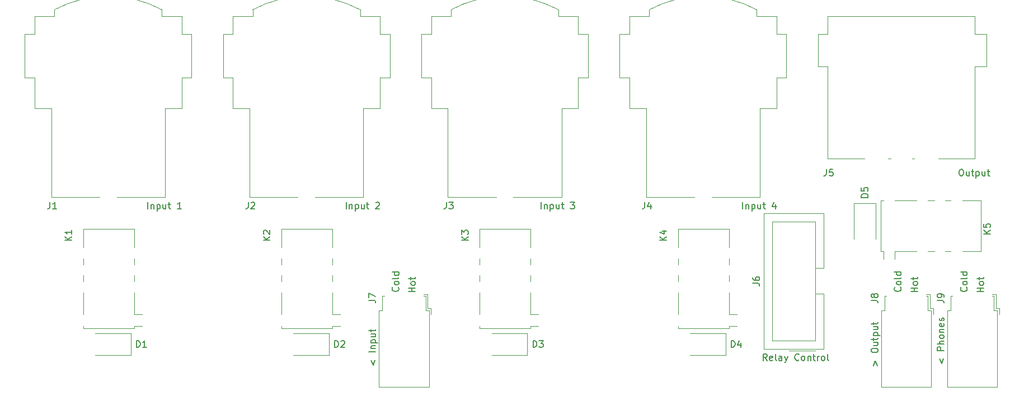
<source format=gbr>
G04 #@! TF.GenerationSoftware,KiCad,Pcbnew,5.1.4*
G04 #@! TF.CreationDate,2019-09-29T22:18:50-04:00*
G04 #@! TF.ProjectId,input_output_board,696e7075-745f-46f7-9574-7075745f626f,0*
G04 #@! TF.SameCoordinates,Original*
G04 #@! TF.FileFunction,Legend,Top*
G04 #@! TF.FilePolarity,Positive*
%FSLAX46Y46*%
G04 Gerber Fmt 4.6, Leading zero omitted, Abs format (unit mm)*
G04 Created by KiCad (PCBNEW 5.1.4) date 2019-09-29 22:18:50*
%MOMM*%
%LPD*%
G04 APERTURE LIST*
%ADD10C,0.120000*%
%ADD11C,0.150000*%
G04 APERTURE END LIST*
D10*
X182385000Y-118305000D02*
X181985000Y-118305000D01*
X189585000Y-118305000D02*
X195105000Y-118305000D01*
X172865000Y-118305000D02*
X178385000Y-118305000D01*
X185585000Y-118305000D02*
X185985000Y-118305000D01*
X172865000Y-96765000D02*
X195105000Y-96765000D01*
X171365000Y-99465000D02*
X172865000Y-99465000D01*
X195105000Y-99465000D02*
X196905000Y-99465000D01*
X195105000Y-99465000D02*
X195105000Y-96765000D01*
X172865000Y-99465000D02*
X172865000Y-96765000D01*
X196905000Y-104405000D02*
X195105000Y-104405000D01*
X172865000Y-104405000D02*
X171365000Y-104405000D01*
X195105000Y-104405000D02*
X195105000Y-118305000D01*
X172865000Y-104405000D02*
X172865000Y-118305000D01*
X171365000Y-99465000D02*
X171365000Y-104405000D01*
X196905000Y-99465000D02*
X196905000Y-104405000D01*
X162085230Y-95754399D02*
G75*
G03X145865000Y-95765000I-8100230J-15130601D01*
G01*
X145365000Y-124205000D02*
X152685000Y-124205000D01*
X162105000Y-96765000D02*
X165105000Y-96765000D01*
X142865000Y-96765000D02*
X145865000Y-96765000D01*
X141365000Y-99465000D02*
X142865000Y-99465000D01*
X165105000Y-99465000D02*
X166605000Y-99465000D01*
X162105000Y-96765000D02*
X162105000Y-95765000D01*
X145865000Y-96765000D02*
X145865000Y-95765000D01*
X165105000Y-99465000D02*
X165105000Y-96765000D01*
X142865000Y-99465000D02*
X142865000Y-96765000D01*
X166605000Y-106055000D02*
X165105000Y-106055000D01*
X142865000Y-106055000D02*
X141365000Y-106055000D01*
X165105000Y-110705000D02*
X162605000Y-110705000D01*
X142865000Y-110705000D02*
X145365000Y-110705000D01*
X162605000Y-110705000D02*
X162605000Y-124205000D01*
X145365000Y-110705000D02*
X145365000Y-124205000D01*
X155285000Y-124205000D02*
X162605000Y-124205000D01*
X165105000Y-106055000D02*
X165105000Y-110705000D01*
X142865000Y-106055000D02*
X142865000Y-110705000D01*
X141365000Y-99465000D02*
X141365000Y-106055000D01*
X166605000Y-99465000D02*
X166605000Y-106055000D01*
X132085230Y-95754399D02*
G75*
G03X115865000Y-95765000I-8100230J-15130601D01*
G01*
X115365000Y-124205000D02*
X122685000Y-124205000D01*
X132105000Y-96765000D02*
X135105000Y-96765000D01*
X112865000Y-96765000D02*
X115865000Y-96765000D01*
X111365000Y-99465000D02*
X112865000Y-99465000D01*
X135105000Y-99465000D02*
X136605000Y-99465000D01*
X132105000Y-96765000D02*
X132105000Y-95765000D01*
X115865000Y-96765000D02*
X115865000Y-95765000D01*
X135105000Y-99465000D02*
X135105000Y-96765000D01*
X112865000Y-99465000D02*
X112865000Y-96765000D01*
X136605000Y-106055000D02*
X135105000Y-106055000D01*
X112865000Y-106055000D02*
X111365000Y-106055000D01*
X135105000Y-110705000D02*
X132605000Y-110705000D01*
X112865000Y-110705000D02*
X115365000Y-110705000D01*
X132605000Y-110705000D02*
X132605000Y-124205000D01*
X115365000Y-110705000D02*
X115365000Y-124205000D01*
X125285000Y-124205000D02*
X132605000Y-124205000D01*
X135105000Y-106055000D02*
X135105000Y-110705000D01*
X112865000Y-106055000D02*
X112865000Y-110705000D01*
X111365000Y-99465000D02*
X111365000Y-106055000D01*
X136605000Y-99465000D02*
X136605000Y-106055000D01*
X102085230Y-95754399D02*
G75*
G03X85865000Y-95765000I-8100230J-15130601D01*
G01*
X85365000Y-124205000D02*
X92685000Y-124205000D01*
X102105000Y-96765000D02*
X105105000Y-96765000D01*
X82865000Y-96765000D02*
X85865000Y-96765000D01*
X81365000Y-99465000D02*
X82865000Y-99465000D01*
X105105000Y-99465000D02*
X106605000Y-99465000D01*
X102105000Y-96765000D02*
X102105000Y-95765000D01*
X85865000Y-96765000D02*
X85865000Y-95765000D01*
X105105000Y-99465000D02*
X105105000Y-96765000D01*
X82865000Y-99465000D02*
X82865000Y-96765000D01*
X106605000Y-106055000D02*
X105105000Y-106055000D01*
X82865000Y-106055000D02*
X81365000Y-106055000D01*
X105105000Y-110705000D02*
X102605000Y-110705000D01*
X82865000Y-110705000D02*
X85365000Y-110705000D01*
X102605000Y-110705000D02*
X102605000Y-124205000D01*
X85365000Y-110705000D02*
X85365000Y-124205000D01*
X95285000Y-124205000D02*
X102605000Y-124205000D01*
X105105000Y-106055000D02*
X105105000Y-110705000D01*
X82865000Y-106055000D02*
X82865000Y-110705000D01*
X81365000Y-99465000D02*
X81365000Y-106055000D01*
X106605000Y-99465000D02*
X106605000Y-106055000D01*
X72085230Y-95754399D02*
G75*
G03X55865000Y-95765000I-8100230J-15130601D01*
G01*
X55365000Y-124205000D02*
X62685000Y-124205000D01*
X72105000Y-96765000D02*
X75105000Y-96765000D01*
X52865000Y-96765000D02*
X55865000Y-96765000D01*
X51365000Y-99465000D02*
X52865000Y-99465000D01*
X75105000Y-99465000D02*
X76605000Y-99465000D01*
X72105000Y-96765000D02*
X72105000Y-95765000D01*
X55865000Y-96765000D02*
X55865000Y-95765000D01*
X75105000Y-99465000D02*
X75105000Y-96765000D01*
X52865000Y-99465000D02*
X52865000Y-96765000D01*
X76605000Y-106055000D02*
X75105000Y-106055000D01*
X52865000Y-106055000D02*
X51365000Y-106055000D01*
X75105000Y-110705000D02*
X72605000Y-110705000D01*
X52865000Y-110705000D02*
X55365000Y-110705000D01*
X72605000Y-110705000D02*
X72605000Y-124205000D01*
X55365000Y-110705000D02*
X55365000Y-124205000D01*
X65285000Y-124205000D02*
X72605000Y-124205000D01*
X75105000Y-106055000D02*
X75105000Y-110705000D01*
X52865000Y-106055000D02*
X52865000Y-110705000D01*
X51365000Y-99465000D02*
X51365000Y-106055000D01*
X76605000Y-99465000D02*
X76605000Y-106055000D01*
X181300000Y-133600000D02*
X181300000Y-132400000D01*
X181300000Y-132400000D02*
X180900000Y-132400000D01*
X180900000Y-132400000D02*
X180900000Y-124700000D01*
X180900000Y-124700000D02*
X181300000Y-124700000D01*
X183000000Y-124700000D02*
X186300000Y-124700000D01*
X183000000Y-132400000D02*
X186300000Y-132400000D01*
X183000000Y-132400000D02*
X183000000Y-133600000D01*
X188000000Y-132400000D02*
X189000000Y-132400000D01*
X190600000Y-132400000D02*
X191500000Y-132400000D01*
X193200000Y-132400000D02*
X196000000Y-132400000D01*
X196000000Y-132400000D02*
X196000000Y-124700000D01*
X196000000Y-124700000D02*
X193200000Y-124700000D01*
X191500000Y-124700000D02*
X190600000Y-124700000D01*
X189000000Y-124700000D02*
X188000000Y-124700000D01*
X198305000Y-138900000D02*
X197715000Y-138900000D01*
X198305000Y-141060000D02*
X198305000Y-138900000D01*
X198815000Y-141060000D02*
X198305000Y-141060000D01*
X198815000Y-142000000D02*
X198815000Y-141060000D01*
X191445000Y-139190000D02*
X191745000Y-139190000D01*
X191445000Y-141350000D02*
X191445000Y-139190000D01*
X190935000Y-141350000D02*
X191445000Y-141350000D01*
X198015000Y-139190000D02*
X197715000Y-139190000D01*
X198015000Y-141350000D02*
X198015000Y-139190000D01*
X198525000Y-141350000D02*
X198015000Y-141350000D01*
X190935000Y-153000000D02*
X190935000Y-141350000D01*
X198525000Y-153000000D02*
X190935000Y-153000000D01*
X198525000Y-141350000D02*
X198525000Y-153000000D01*
X188305000Y-138900000D02*
X187715000Y-138900000D01*
X188305000Y-141060000D02*
X188305000Y-138900000D01*
X188815000Y-141060000D02*
X188305000Y-141060000D01*
X188815000Y-142000000D02*
X188815000Y-141060000D01*
X181445000Y-139190000D02*
X181745000Y-139190000D01*
X181445000Y-141350000D02*
X181445000Y-139190000D01*
X180935000Y-141350000D02*
X181445000Y-141350000D01*
X188015000Y-139190000D02*
X187715000Y-139190000D01*
X188015000Y-141350000D02*
X188015000Y-139190000D01*
X188525000Y-141350000D02*
X188015000Y-141350000D01*
X180935000Y-153000000D02*
X180935000Y-141350000D01*
X188525000Y-153000000D02*
X180935000Y-153000000D01*
X188525000Y-141350000D02*
X188525000Y-153000000D01*
X112525000Y-141350000D02*
X112525000Y-153000000D01*
X112525000Y-153000000D02*
X104935000Y-153000000D01*
X104935000Y-153000000D02*
X104935000Y-141350000D01*
X112525000Y-141350000D02*
X112015000Y-141350000D01*
X112015000Y-141350000D02*
X112015000Y-139190000D01*
X112015000Y-139190000D02*
X111715000Y-139190000D01*
X104935000Y-141350000D02*
X105445000Y-141350000D01*
X105445000Y-141350000D02*
X105445000Y-139190000D01*
X105445000Y-139190000D02*
X105745000Y-139190000D01*
X112815000Y-142000000D02*
X112815000Y-141060000D01*
X112815000Y-141060000D02*
X112305000Y-141060000D01*
X112305000Y-141060000D02*
X112305000Y-138900000D01*
X112305000Y-138900000D02*
X111715000Y-138900000D01*
X180150000Y-125100000D02*
X180150000Y-130500000D01*
X176850000Y-125100000D02*
X176850000Y-130500000D01*
X180150000Y-125100000D02*
X176850000Y-125100000D01*
X171015000Y-138865000D02*
X171015000Y-134975000D01*
X171015000Y-145920000D02*
X171015000Y-138865000D01*
X164445000Y-145920000D02*
X171015000Y-145920000D01*
X164445000Y-127920000D02*
X164445000Y-145920000D01*
X171015000Y-127920000D02*
X164445000Y-127920000D01*
X171015000Y-134975000D02*
X171015000Y-127920000D01*
X172285000Y-134975000D02*
X171015000Y-134975000D01*
X172285000Y-126650000D02*
X172285000Y-134975000D01*
X163175000Y-126650000D02*
X172285000Y-126650000D01*
X163175000Y-147190000D02*
X163175000Y-126650000D01*
X172285000Y-147190000D02*
X163175000Y-147190000D01*
X172285000Y-138865000D02*
X172285000Y-147190000D01*
X171015000Y-138865000D02*
X172285000Y-138865000D01*
X167000000Y-147480000D02*
X171000000Y-147480000D01*
X163175000Y-126650000D02*
X172285000Y-126650000D01*
X163175000Y-147190000D02*
X163175000Y-126650000D01*
X172285000Y-147190000D02*
X163175000Y-147190000D01*
X99100000Y-143700000D02*
X97900000Y-143700000D01*
X97900000Y-143700000D02*
X97900000Y-144100000D01*
X97900000Y-144100000D02*
X90200000Y-144100000D01*
X90200000Y-144100000D02*
X90200000Y-143700000D01*
X90200000Y-142000000D02*
X90200000Y-138700000D01*
X97900000Y-142000000D02*
X97900000Y-138700000D01*
X97900000Y-142000000D02*
X99100000Y-142000000D01*
X97900000Y-137000000D02*
X97900000Y-136000000D01*
X97900000Y-134400000D02*
X97900000Y-133500000D01*
X97900000Y-131800000D02*
X97900000Y-129000000D01*
X97900000Y-129000000D02*
X90200000Y-129000000D01*
X90200000Y-129000000D02*
X90200000Y-131800000D01*
X90200000Y-133500000D02*
X90200000Y-134400000D01*
X90200000Y-136000000D02*
X90200000Y-137000000D01*
X69100000Y-143700000D02*
X67900000Y-143700000D01*
X67900000Y-143700000D02*
X67900000Y-144100000D01*
X67900000Y-144100000D02*
X60200000Y-144100000D01*
X60200000Y-144100000D02*
X60200000Y-143700000D01*
X60200000Y-142000000D02*
X60200000Y-138700000D01*
X67900000Y-142000000D02*
X67900000Y-138700000D01*
X67900000Y-142000000D02*
X69100000Y-142000000D01*
X67900000Y-137000000D02*
X67900000Y-136000000D01*
X67900000Y-134400000D02*
X67900000Y-133500000D01*
X67900000Y-131800000D02*
X67900000Y-129000000D01*
X67900000Y-129000000D02*
X60200000Y-129000000D01*
X60200000Y-129000000D02*
X60200000Y-131800000D01*
X60200000Y-133500000D02*
X60200000Y-134400000D01*
X60200000Y-136000000D02*
X60200000Y-137000000D01*
X159100000Y-143700000D02*
X157900000Y-143700000D01*
X157900000Y-143700000D02*
X157900000Y-144100000D01*
X157900000Y-144100000D02*
X150200000Y-144100000D01*
X150200000Y-144100000D02*
X150200000Y-143700000D01*
X150200000Y-142000000D02*
X150200000Y-138700000D01*
X157900000Y-142000000D02*
X157900000Y-138700000D01*
X157900000Y-142000000D02*
X159100000Y-142000000D01*
X157900000Y-137000000D02*
X157900000Y-136000000D01*
X157900000Y-134400000D02*
X157900000Y-133500000D01*
X157900000Y-131800000D02*
X157900000Y-129000000D01*
X157900000Y-129000000D02*
X150200000Y-129000000D01*
X150200000Y-129000000D02*
X150200000Y-131800000D01*
X150200000Y-133500000D02*
X150200000Y-134400000D01*
X150200000Y-136000000D02*
X150200000Y-137000000D01*
X129100000Y-143700000D02*
X127900000Y-143700000D01*
X127900000Y-143700000D02*
X127900000Y-144100000D01*
X127900000Y-144100000D02*
X120200000Y-144100000D01*
X120200000Y-144100000D02*
X120200000Y-143700000D01*
X120200000Y-142000000D02*
X120200000Y-138700000D01*
X127900000Y-142000000D02*
X127900000Y-138700000D01*
X127900000Y-142000000D02*
X129100000Y-142000000D01*
X127900000Y-137000000D02*
X127900000Y-136000000D01*
X127900000Y-134400000D02*
X127900000Y-133500000D01*
X127900000Y-131800000D02*
X127900000Y-129000000D01*
X127900000Y-129000000D02*
X120200000Y-129000000D01*
X120200000Y-129000000D02*
X120200000Y-131800000D01*
X120200000Y-133500000D02*
X120200000Y-134400000D01*
X120200000Y-136000000D02*
X120200000Y-137000000D01*
X157400000Y-148150000D02*
X152000000Y-148150000D01*
X157400000Y-144850000D02*
X152000000Y-144850000D01*
X157400000Y-148150000D02*
X157400000Y-144850000D01*
X127400000Y-148150000D02*
X122000000Y-148150000D01*
X127400000Y-144850000D02*
X122000000Y-144850000D01*
X127400000Y-148150000D02*
X127400000Y-144850000D01*
X97400000Y-148150000D02*
X92000000Y-148150000D01*
X97400000Y-144850000D02*
X92000000Y-144850000D01*
X97400000Y-148150000D02*
X97400000Y-144850000D01*
X67400000Y-148150000D02*
X62000000Y-148150000D01*
X67400000Y-144850000D02*
X62000000Y-144850000D01*
X67400000Y-148150000D02*
X67400000Y-144850000D01*
D11*
X172666666Y-119952380D02*
X172666666Y-120666666D01*
X172619047Y-120809523D01*
X172523809Y-120904761D01*
X172380952Y-120952380D01*
X172285714Y-120952380D01*
X173619047Y-119952380D02*
X173142857Y-119952380D01*
X173095238Y-120428571D01*
X173142857Y-120380952D01*
X173238095Y-120333333D01*
X173476190Y-120333333D01*
X173571428Y-120380952D01*
X173619047Y-120428571D01*
X173666666Y-120523809D01*
X173666666Y-120761904D01*
X173619047Y-120857142D01*
X173571428Y-120904761D01*
X173476190Y-120952380D01*
X173238095Y-120952380D01*
X173142857Y-120904761D01*
X173095238Y-120857142D01*
X192976190Y-119952380D02*
X193166666Y-119952380D01*
X193261904Y-120000000D01*
X193357142Y-120095238D01*
X193404761Y-120285714D01*
X193404761Y-120619047D01*
X193357142Y-120809523D01*
X193261904Y-120904761D01*
X193166666Y-120952380D01*
X192976190Y-120952380D01*
X192880952Y-120904761D01*
X192785714Y-120809523D01*
X192738095Y-120619047D01*
X192738095Y-120285714D01*
X192785714Y-120095238D01*
X192880952Y-120000000D01*
X192976190Y-119952380D01*
X194261904Y-120285714D02*
X194261904Y-120952380D01*
X193833333Y-120285714D02*
X193833333Y-120809523D01*
X193880952Y-120904761D01*
X193976190Y-120952380D01*
X194119047Y-120952380D01*
X194214285Y-120904761D01*
X194261904Y-120857142D01*
X194595238Y-120285714D02*
X194976190Y-120285714D01*
X194738095Y-119952380D02*
X194738095Y-120809523D01*
X194785714Y-120904761D01*
X194880952Y-120952380D01*
X194976190Y-120952380D01*
X195309523Y-120285714D02*
X195309523Y-121285714D01*
X195309523Y-120333333D02*
X195404761Y-120285714D01*
X195595238Y-120285714D01*
X195690476Y-120333333D01*
X195738095Y-120380952D01*
X195785714Y-120476190D01*
X195785714Y-120761904D01*
X195738095Y-120857142D01*
X195690476Y-120904761D01*
X195595238Y-120952380D01*
X195404761Y-120952380D01*
X195309523Y-120904761D01*
X196642857Y-120285714D02*
X196642857Y-120952380D01*
X196214285Y-120285714D02*
X196214285Y-120809523D01*
X196261904Y-120904761D01*
X196357142Y-120952380D01*
X196500000Y-120952380D01*
X196595238Y-120904761D01*
X196642857Y-120857142D01*
X196976190Y-120285714D02*
X197357142Y-120285714D01*
X197119047Y-119952380D02*
X197119047Y-120809523D01*
X197166666Y-120904761D01*
X197261904Y-120952380D01*
X197357142Y-120952380D01*
X145166666Y-124952380D02*
X145166666Y-125666666D01*
X145119047Y-125809523D01*
X145023809Y-125904761D01*
X144880952Y-125952380D01*
X144785714Y-125952380D01*
X146071428Y-125285714D02*
X146071428Y-125952380D01*
X145833333Y-124904761D02*
X145595238Y-125619047D01*
X146214285Y-125619047D01*
X160000000Y-125952380D02*
X160000000Y-124952380D01*
X160476190Y-125285714D02*
X160476190Y-125952380D01*
X160476190Y-125380952D02*
X160523809Y-125333333D01*
X160619047Y-125285714D01*
X160761904Y-125285714D01*
X160857142Y-125333333D01*
X160904761Y-125428571D01*
X160904761Y-125952380D01*
X161380952Y-125285714D02*
X161380952Y-126285714D01*
X161380952Y-125333333D02*
X161476190Y-125285714D01*
X161666666Y-125285714D01*
X161761904Y-125333333D01*
X161809523Y-125380952D01*
X161857142Y-125476190D01*
X161857142Y-125761904D01*
X161809523Y-125857142D01*
X161761904Y-125904761D01*
X161666666Y-125952380D01*
X161476190Y-125952380D01*
X161380952Y-125904761D01*
X162714285Y-125285714D02*
X162714285Y-125952380D01*
X162285714Y-125285714D02*
X162285714Y-125809523D01*
X162333333Y-125904761D01*
X162428571Y-125952380D01*
X162571428Y-125952380D01*
X162666666Y-125904761D01*
X162714285Y-125857142D01*
X163047619Y-125285714D02*
X163428571Y-125285714D01*
X163190476Y-124952380D02*
X163190476Y-125809523D01*
X163238095Y-125904761D01*
X163333333Y-125952380D01*
X163428571Y-125952380D01*
X164952380Y-125285714D02*
X164952380Y-125952380D01*
X164714285Y-124904761D02*
X164476190Y-125619047D01*
X165095238Y-125619047D01*
X115166666Y-124952380D02*
X115166666Y-125666666D01*
X115119047Y-125809523D01*
X115023809Y-125904761D01*
X114880952Y-125952380D01*
X114785714Y-125952380D01*
X115547619Y-124952380D02*
X116166666Y-124952380D01*
X115833333Y-125333333D01*
X115976190Y-125333333D01*
X116071428Y-125380952D01*
X116119047Y-125428571D01*
X116166666Y-125523809D01*
X116166666Y-125761904D01*
X116119047Y-125857142D01*
X116071428Y-125904761D01*
X115976190Y-125952380D01*
X115690476Y-125952380D01*
X115595238Y-125904761D01*
X115547619Y-125857142D01*
X129500000Y-125952380D02*
X129500000Y-124952380D01*
X129976190Y-125285714D02*
X129976190Y-125952380D01*
X129976190Y-125380952D02*
X130023809Y-125333333D01*
X130119047Y-125285714D01*
X130261904Y-125285714D01*
X130357142Y-125333333D01*
X130404761Y-125428571D01*
X130404761Y-125952380D01*
X130880952Y-125285714D02*
X130880952Y-126285714D01*
X130880952Y-125333333D02*
X130976190Y-125285714D01*
X131166666Y-125285714D01*
X131261904Y-125333333D01*
X131309523Y-125380952D01*
X131357142Y-125476190D01*
X131357142Y-125761904D01*
X131309523Y-125857142D01*
X131261904Y-125904761D01*
X131166666Y-125952380D01*
X130976190Y-125952380D01*
X130880952Y-125904761D01*
X132214285Y-125285714D02*
X132214285Y-125952380D01*
X131785714Y-125285714D02*
X131785714Y-125809523D01*
X131833333Y-125904761D01*
X131928571Y-125952380D01*
X132071428Y-125952380D01*
X132166666Y-125904761D01*
X132214285Y-125857142D01*
X132547619Y-125285714D02*
X132928571Y-125285714D01*
X132690476Y-124952380D02*
X132690476Y-125809523D01*
X132738095Y-125904761D01*
X132833333Y-125952380D01*
X132928571Y-125952380D01*
X133928571Y-124952380D02*
X134547619Y-124952380D01*
X134214285Y-125333333D01*
X134357142Y-125333333D01*
X134452380Y-125380952D01*
X134500000Y-125428571D01*
X134547619Y-125523809D01*
X134547619Y-125761904D01*
X134500000Y-125857142D01*
X134452380Y-125904761D01*
X134357142Y-125952380D01*
X134071428Y-125952380D01*
X133976190Y-125904761D01*
X133928571Y-125857142D01*
X85166666Y-124952380D02*
X85166666Y-125666666D01*
X85119047Y-125809523D01*
X85023809Y-125904761D01*
X84880952Y-125952380D01*
X84785714Y-125952380D01*
X85595238Y-125047619D02*
X85642857Y-125000000D01*
X85738095Y-124952380D01*
X85976190Y-124952380D01*
X86071428Y-125000000D01*
X86119047Y-125047619D01*
X86166666Y-125142857D01*
X86166666Y-125238095D01*
X86119047Y-125380952D01*
X85547619Y-125952380D01*
X86166666Y-125952380D01*
X100000000Y-125952380D02*
X100000000Y-124952380D01*
X100476190Y-125285714D02*
X100476190Y-125952380D01*
X100476190Y-125380952D02*
X100523809Y-125333333D01*
X100619047Y-125285714D01*
X100761904Y-125285714D01*
X100857142Y-125333333D01*
X100904761Y-125428571D01*
X100904761Y-125952380D01*
X101380952Y-125285714D02*
X101380952Y-126285714D01*
X101380952Y-125333333D02*
X101476190Y-125285714D01*
X101666666Y-125285714D01*
X101761904Y-125333333D01*
X101809523Y-125380952D01*
X101857142Y-125476190D01*
X101857142Y-125761904D01*
X101809523Y-125857142D01*
X101761904Y-125904761D01*
X101666666Y-125952380D01*
X101476190Y-125952380D01*
X101380952Y-125904761D01*
X102714285Y-125285714D02*
X102714285Y-125952380D01*
X102285714Y-125285714D02*
X102285714Y-125809523D01*
X102333333Y-125904761D01*
X102428571Y-125952380D01*
X102571428Y-125952380D01*
X102666666Y-125904761D01*
X102714285Y-125857142D01*
X103047619Y-125285714D02*
X103428571Y-125285714D01*
X103190476Y-124952380D02*
X103190476Y-125809523D01*
X103238095Y-125904761D01*
X103333333Y-125952380D01*
X103428571Y-125952380D01*
X104476190Y-125047619D02*
X104523809Y-125000000D01*
X104619047Y-124952380D01*
X104857142Y-124952380D01*
X104952380Y-125000000D01*
X105000000Y-125047619D01*
X105047619Y-125142857D01*
X105047619Y-125238095D01*
X105000000Y-125380952D01*
X104428571Y-125952380D01*
X105047619Y-125952380D01*
X55166666Y-124952380D02*
X55166666Y-125666666D01*
X55119047Y-125809523D01*
X55023809Y-125904761D01*
X54880952Y-125952380D01*
X54785714Y-125952380D01*
X56166666Y-125952380D02*
X55595238Y-125952380D01*
X55880952Y-125952380D02*
X55880952Y-124952380D01*
X55785714Y-125095238D01*
X55690476Y-125190476D01*
X55595238Y-125238095D01*
X70000000Y-125952380D02*
X70000000Y-124952380D01*
X70476190Y-125285714D02*
X70476190Y-125952380D01*
X70476190Y-125380952D02*
X70523809Y-125333333D01*
X70619047Y-125285714D01*
X70761904Y-125285714D01*
X70857142Y-125333333D01*
X70904761Y-125428571D01*
X70904761Y-125952380D01*
X71380952Y-125285714D02*
X71380952Y-126285714D01*
X71380952Y-125333333D02*
X71476190Y-125285714D01*
X71666666Y-125285714D01*
X71761904Y-125333333D01*
X71809523Y-125380952D01*
X71857142Y-125476190D01*
X71857142Y-125761904D01*
X71809523Y-125857142D01*
X71761904Y-125904761D01*
X71666666Y-125952380D01*
X71476190Y-125952380D01*
X71380952Y-125904761D01*
X72714285Y-125285714D02*
X72714285Y-125952380D01*
X72285714Y-125285714D02*
X72285714Y-125809523D01*
X72333333Y-125904761D01*
X72428571Y-125952380D01*
X72571428Y-125952380D01*
X72666666Y-125904761D01*
X72714285Y-125857142D01*
X73047619Y-125285714D02*
X73428571Y-125285714D01*
X73190476Y-124952380D02*
X73190476Y-125809523D01*
X73238095Y-125904761D01*
X73333333Y-125952380D01*
X73428571Y-125952380D01*
X75047619Y-125952380D02*
X74476190Y-125952380D01*
X74761904Y-125952380D02*
X74761904Y-124952380D01*
X74666666Y-125095238D01*
X74571428Y-125190476D01*
X74476190Y-125238095D01*
X197452380Y-129738095D02*
X196452380Y-129738095D01*
X197452380Y-129166666D02*
X196880952Y-129595238D01*
X196452380Y-129166666D02*
X197023809Y-129738095D01*
X196452380Y-128261904D02*
X196452380Y-128738095D01*
X196928571Y-128785714D01*
X196880952Y-128738095D01*
X196833333Y-128642857D01*
X196833333Y-128404761D01*
X196880952Y-128309523D01*
X196928571Y-128261904D01*
X197023809Y-128214285D01*
X197261904Y-128214285D01*
X197357142Y-128261904D01*
X197404761Y-128309523D01*
X197452380Y-128404761D01*
X197452380Y-128642857D01*
X197404761Y-128738095D01*
X197357142Y-128785714D01*
X189452380Y-139833333D02*
X190166666Y-139833333D01*
X190309523Y-139880952D01*
X190404761Y-139976190D01*
X190452380Y-140119047D01*
X190452380Y-140214285D01*
X190452380Y-139309523D02*
X190452380Y-139119047D01*
X190404761Y-139023809D01*
X190357142Y-138976190D01*
X190214285Y-138880952D01*
X190023809Y-138833333D01*
X189642857Y-138833333D01*
X189547619Y-138880952D01*
X189500000Y-138928571D01*
X189452380Y-139023809D01*
X189452380Y-139214285D01*
X189500000Y-139309523D01*
X189547619Y-139357142D01*
X189642857Y-139404761D01*
X189880952Y-139404761D01*
X189976190Y-139357142D01*
X190023809Y-139309523D01*
X190071428Y-139214285D01*
X190071428Y-139023809D01*
X190023809Y-138928571D01*
X189976190Y-138880952D01*
X189880952Y-138833333D01*
X189785714Y-148690476D02*
X190071428Y-149452380D01*
X190357142Y-148690476D01*
X190452380Y-147452380D02*
X189452380Y-147452380D01*
X189452380Y-147071428D01*
X189500000Y-146976190D01*
X189547619Y-146928571D01*
X189642857Y-146880952D01*
X189785714Y-146880952D01*
X189880952Y-146928571D01*
X189928571Y-146976190D01*
X189976190Y-147071428D01*
X189976190Y-147452380D01*
X190452380Y-146452380D02*
X189452380Y-146452380D01*
X190452380Y-146023809D02*
X189928571Y-146023809D01*
X189833333Y-146071428D01*
X189785714Y-146166666D01*
X189785714Y-146309523D01*
X189833333Y-146404761D01*
X189880952Y-146452380D01*
X190452380Y-145404761D02*
X190404761Y-145500000D01*
X190357142Y-145547619D01*
X190261904Y-145595238D01*
X189976190Y-145595238D01*
X189880952Y-145547619D01*
X189833333Y-145500000D01*
X189785714Y-145404761D01*
X189785714Y-145261904D01*
X189833333Y-145166666D01*
X189880952Y-145119047D01*
X189976190Y-145071428D01*
X190261904Y-145071428D01*
X190357142Y-145119047D01*
X190404761Y-145166666D01*
X190452380Y-145261904D01*
X190452380Y-145404761D01*
X189785714Y-144642857D02*
X190452380Y-144642857D01*
X189880952Y-144642857D02*
X189833333Y-144595238D01*
X189785714Y-144500000D01*
X189785714Y-144357142D01*
X189833333Y-144261904D01*
X189928571Y-144214285D01*
X190452380Y-144214285D01*
X190404761Y-143357142D02*
X190452380Y-143452380D01*
X190452380Y-143642857D01*
X190404761Y-143738095D01*
X190309523Y-143785714D01*
X189928571Y-143785714D01*
X189833333Y-143738095D01*
X189785714Y-143642857D01*
X189785714Y-143452380D01*
X189833333Y-143357142D01*
X189928571Y-143309523D01*
X190023809Y-143309523D01*
X190119047Y-143785714D01*
X190404761Y-142928571D02*
X190452380Y-142833333D01*
X190452380Y-142642857D01*
X190404761Y-142547619D01*
X190309523Y-142500000D01*
X190261904Y-142500000D01*
X190166666Y-142547619D01*
X190119047Y-142642857D01*
X190119047Y-142785714D01*
X190071428Y-142880952D01*
X189976190Y-142928571D01*
X189928571Y-142928571D01*
X189833333Y-142880952D01*
X189785714Y-142785714D01*
X189785714Y-142642857D01*
X189833333Y-142547619D01*
X196452380Y-138523809D02*
X195452380Y-138523809D01*
X195928571Y-138523809D02*
X195928571Y-137952380D01*
X196452380Y-137952380D02*
X195452380Y-137952380D01*
X196452380Y-137333333D02*
X196404761Y-137428571D01*
X196357142Y-137476190D01*
X196261904Y-137523809D01*
X195976190Y-137523809D01*
X195880952Y-137476190D01*
X195833333Y-137428571D01*
X195785714Y-137333333D01*
X195785714Y-137190476D01*
X195833333Y-137095238D01*
X195880952Y-137047619D01*
X195976190Y-137000000D01*
X196261904Y-137000000D01*
X196357142Y-137047619D01*
X196404761Y-137095238D01*
X196452380Y-137190476D01*
X196452380Y-137333333D01*
X195785714Y-136714285D02*
X195785714Y-136333333D01*
X195452380Y-136571428D02*
X196309523Y-136571428D01*
X196404761Y-136523809D01*
X196452380Y-136428571D01*
X196452380Y-136333333D01*
X193857142Y-137857142D02*
X193904761Y-137904761D01*
X193952380Y-138047619D01*
X193952380Y-138142857D01*
X193904761Y-138285714D01*
X193809523Y-138380952D01*
X193714285Y-138428571D01*
X193523809Y-138476190D01*
X193380952Y-138476190D01*
X193190476Y-138428571D01*
X193095238Y-138380952D01*
X193000000Y-138285714D01*
X192952380Y-138142857D01*
X192952380Y-138047619D01*
X193000000Y-137904761D01*
X193047619Y-137857142D01*
X193952380Y-137285714D02*
X193904761Y-137380952D01*
X193857142Y-137428571D01*
X193761904Y-137476190D01*
X193476190Y-137476190D01*
X193380952Y-137428571D01*
X193333333Y-137380952D01*
X193285714Y-137285714D01*
X193285714Y-137142857D01*
X193333333Y-137047619D01*
X193380952Y-137000000D01*
X193476190Y-136952380D01*
X193761904Y-136952380D01*
X193857142Y-137000000D01*
X193904761Y-137047619D01*
X193952380Y-137142857D01*
X193952380Y-137285714D01*
X193952380Y-136380952D02*
X193904761Y-136476190D01*
X193809523Y-136523809D01*
X192952380Y-136523809D01*
X193952380Y-135571428D02*
X192952380Y-135571428D01*
X193904761Y-135571428D02*
X193952380Y-135666666D01*
X193952380Y-135857142D01*
X193904761Y-135952380D01*
X193857142Y-136000000D01*
X193761904Y-136047619D01*
X193476190Y-136047619D01*
X193380952Y-136000000D01*
X193333333Y-135952380D01*
X193285714Y-135857142D01*
X193285714Y-135666666D01*
X193333333Y-135571428D01*
X179452380Y-139833333D02*
X180166666Y-139833333D01*
X180309523Y-139880952D01*
X180404761Y-139976190D01*
X180452380Y-140119047D01*
X180452380Y-140214285D01*
X179880952Y-139214285D02*
X179833333Y-139309523D01*
X179785714Y-139357142D01*
X179690476Y-139404761D01*
X179642857Y-139404761D01*
X179547619Y-139357142D01*
X179500000Y-139309523D01*
X179452380Y-139214285D01*
X179452380Y-139023809D01*
X179500000Y-138928571D01*
X179547619Y-138880952D01*
X179642857Y-138833333D01*
X179690476Y-138833333D01*
X179785714Y-138880952D01*
X179833333Y-138928571D01*
X179880952Y-139023809D01*
X179880952Y-139214285D01*
X179928571Y-139309523D01*
X179976190Y-139357142D01*
X180071428Y-139404761D01*
X180261904Y-139404761D01*
X180357142Y-139357142D01*
X180404761Y-139309523D01*
X180452380Y-139214285D01*
X180452380Y-139023809D01*
X180404761Y-138928571D01*
X180357142Y-138880952D01*
X180261904Y-138833333D01*
X180071428Y-138833333D01*
X179976190Y-138880952D01*
X179928571Y-138928571D01*
X179880952Y-139023809D01*
X179785714Y-149714285D02*
X180071428Y-148952380D01*
X180357142Y-149714285D01*
X179452380Y-147523809D02*
X179452380Y-147333333D01*
X179500000Y-147238095D01*
X179595238Y-147142857D01*
X179785714Y-147095238D01*
X180119047Y-147095238D01*
X180309523Y-147142857D01*
X180404761Y-147238095D01*
X180452380Y-147333333D01*
X180452380Y-147523809D01*
X180404761Y-147619047D01*
X180309523Y-147714285D01*
X180119047Y-147761904D01*
X179785714Y-147761904D01*
X179595238Y-147714285D01*
X179500000Y-147619047D01*
X179452380Y-147523809D01*
X179785714Y-146238095D02*
X180452380Y-146238095D01*
X179785714Y-146666666D02*
X180309523Y-146666666D01*
X180404761Y-146619047D01*
X180452380Y-146523809D01*
X180452380Y-146380952D01*
X180404761Y-146285714D01*
X180357142Y-146238095D01*
X179785714Y-145904761D02*
X179785714Y-145523809D01*
X179452380Y-145761904D02*
X180309523Y-145761904D01*
X180404761Y-145714285D01*
X180452380Y-145619047D01*
X180452380Y-145523809D01*
X179785714Y-145190476D02*
X180785714Y-145190476D01*
X179833333Y-145190476D02*
X179785714Y-145095238D01*
X179785714Y-144904761D01*
X179833333Y-144809523D01*
X179880952Y-144761904D01*
X179976190Y-144714285D01*
X180261904Y-144714285D01*
X180357142Y-144761904D01*
X180404761Y-144809523D01*
X180452380Y-144904761D01*
X180452380Y-145095238D01*
X180404761Y-145190476D01*
X179785714Y-143857142D02*
X180452380Y-143857142D01*
X179785714Y-144285714D02*
X180309523Y-144285714D01*
X180404761Y-144238095D01*
X180452380Y-144142857D01*
X180452380Y-144000000D01*
X180404761Y-143904761D01*
X180357142Y-143857142D01*
X179785714Y-143523809D02*
X179785714Y-143142857D01*
X179452380Y-143380952D02*
X180309523Y-143380952D01*
X180404761Y-143333333D01*
X180452380Y-143238095D01*
X180452380Y-143142857D01*
X186452380Y-138523809D02*
X185452380Y-138523809D01*
X185928571Y-138523809D02*
X185928571Y-137952380D01*
X186452380Y-137952380D02*
X185452380Y-137952380D01*
X186452380Y-137333333D02*
X186404761Y-137428571D01*
X186357142Y-137476190D01*
X186261904Y-137523809D01*
X185976190Y-137523809D01*
X185880952Y-137476190D01*
X185833333Y-137428571D01*
X185785714Y-137333333D01*
X185785714Y-137190476D01*
X185833333Y-137095238D01*
X185880952Y-137047619D01*
X185976190Y-137000000D01*
X186261904Y-137000000D01*
X186357142Y-137047619D01*
X186404761Y-137095238D01*
X186452380Y-137190476D01*
X186452380Y-137333333D01*
X185785714Y-136714285D02*
X185785714Y-136333333D01*
X185452380Y-136571428D02*
X186309523Y-136571428D01*
X186404761Y-136523809D01*
X186452380Y-136428571D01*
X186452380Y-136333333D01*
X183857142Y-137857142D02*
X183904761Y-137904761D01*
X183952380Y-138047619D01*
X183952380Y-138142857D01*
X183904761Y-138285714D01*
X183809523Y-138380952D01*
X183714285Y-138428571D01*
X183523809Y-138476190D01*
X183380952Y-138476190D01*
X183190476Y-138428571D01*
X183095238Y-138380952D01*
X183000000Y-138285714D01*
X182952380Y-138142857D01*
X182952380Y-138047619D01*
X183000000Y-137904761D01*
X183047619Y-137857142D01*
X183952380Y-137285714D02*
X183904761Y-137380952D01*
X183857142Y-137428571D01*
X183761904Y-137476190D01*
X183476190Y-137476190D01*
X183380952Y-137428571D01*
X183333333Y-137380952D01*
X183285714Y-137285714D01*
X183285714Y-137142857D01*
X183333333Y-137047619D01*
X183380952Y-137000000D01*
X183476190Y-136952380D01*
X183761904Y-136952380D01*
X183857142Y-137000000D01*
X183904761Y-137047619D01*
X183952380Y-137142857D01*
X183952380Y-137285714D01*
X183952380Y-136380952D02*
X183904761Y-136476190D01*
X183809523Y-136523809D01*
X182952380Y-136523809D01*
X183952380Y-135571428D02*
X182952380Y-135571428D01*
X183904761Y-135571428D02*
X183952380Y-135666666D01*
X183952380Y-135857142D01*
X183904761Y-135952380D01*
X183857142Y-136000000D01*
X183761904Y-136047619D01*
X183476190Y-136047619D01*
X183380952Y-136000000D01*
X183333333Y-135952380D01*
X183285714Y-135857142D01*
X183285714Y-135666666D01*
X183333333Y-135571428D01*
X103452380Y-139833333D02*
X104166666Y-139833333D01*
X104309523Y-139880952D01*
X104404761Y-139976190D01*
X104452380Y-140119047D01*
X104452380Y-140214285D01*
X103452380Y-139452380D02*
X103452380Y-138785714D01*
X104452380Y-139214285D01*
X103785714Y-148880952D02*
X104071428Y-149642857D01*
X104357142Y-148880952D01*
X104452380Y-147642857D02*
X103452380Y-147642857D01*
X103785714Y-147166666D02*
X104452380Y-147166666D01*
X103880952Y-147166666D02*
X103833333Y-147119047D01*
X103785714Y-147023809D01*
X103785714Y-146880952D01*
X103833333Y-146785714D01*
X103928571Y-146738095D01*
X104452380Y-146738095D01*
X103785714Y-146261904D02*
X104785714Y-146261904D01*
X103833333Y-146261904D02*
X103785714Y-146166666D01*
X103785714Y-145976190D01*
X103833333Y-145880952D01*
X103880952Y-145833333D01*
X103976190Y-145785714D01*
X104261904Y-145785714D01*
X104357142Y-145833333D01*
X104404761Y-145880952D01*
X104452380Y-145976190D01*
X104452380Y-146166666D01*
X104404761Y-146261904D01*
X103785714Y-144928571D02*
X104452380Y-144928571D01*
X103785714Y-145357142D02*
X104309523Y-145357142D01*
X104404761Y-145309523D01*
X104452380Y-145214285D01*
X104452380Y-145071428D01*
X104404761Y-144976190D01*
X104357142Y-144928571D01*
X103785714Y-144595238D02*
X103785714Y-144214285D01*
X103452380Y-144452380D02*
X104309523Y-144452380D01*
X104404761Y-144404761D01*
X104452380Y-144309523D01*
X104452380Y-144214285D01*
X110452380Y-138523809D02*
X109452380Y-138523809D01*
X109928571Y-138523809D02*
X109928571Y-137952380D01*
X110452380Y-137952380D02*
X109452380Y-137952380D01*
X110452380Y-137333333D02*
X110404761Y-137428571D01*
X110357142Y-137476190D01*
X110261904Y-137523809D01*
X109976190Y-137523809D01*
X109880952Y-137476190D01*
X109833333Y-137428571D01*
X109785714Y-137333333D01*
X109785714Y-137190476D01*
X109833333Y-137095238D01*
X109880952Y-137047619D01*
X109976190Y-137000000D01*
X110261904Y-137000000D01*
X110357142Y-137047619D01*
X110404761Y-137095238D01*
X110452380Y-137190476D01*
X110452380Y-137333333D01*
X109785714Y-136714285D02*
X109785714Y-136333333D01*
X109452380Y-136571428D02*
X110309523Y-136571428D01*
X110404761Y-136523809D01*
X110452380Y-136428571D01*
X110452380Y-136333333D01*
X107857142Y-137857142D02*
X107904761Y-137904761D01*
X107952380Y-138047619D01*
X107952380Y-138142857D01*
X107904761Y-138285714D01*
X107809523Y-138380952D01*
X107714285Y-138428571D01*
X107523809Y-138476190D01*
X107380952Y-138476190D01*
X107190476Y-138428571D01*
X107095238Y-138380952D01*
X107000000Y-138285714D01*
X106952380Y-138142857D01*
X106952380Y-138047619D01*
X107000000Y-137904761D01*
X107047619Y-137857142D01*
X107952380Y-137285714D02*
X107904761Y-137380952D01*
X107857142Y-137428571D01*
X107761904Y-137476190D01*
X107476190Y-137476190D01*
X107380952Y-137428571D01*
X107333333Y-137380952D01*
X107285714Y-137285714D01*
X107285714Y-137142857D01*
X107333333Y-137047619D01*
X107380952Y-137000000D01*
X107476190Y-136952380D01*
X107761904Y-136952380D01*
X107857142Y-137000000D01*
X107904761Y-137047619D01*
X107952380Y-137142857D01*
X107952380Y-137285714D01*
X107952380Y-136380952D02*
X107904761Y-136476190D01*
X107809523Y-136523809D01*
X106952380Y-136523809D01*
X107952380Y-135571428D02*
X106952380Y-135571428D01*
X107904761Y-135571428D02*
X107952380Y-135666666D01*
X107952380Y-135857142D01*
X107904761Y-135952380D01*
X107857142Y-136000000D01*
X107761904Y-136047619D01*
X107476190Y-136047619D01*
X107380952Y-136000000D01*
X107333333Y-135952380D01*
X107285714Y-135857142D01*
X107285714Y-135666666D01*
X107333333Y-135571428D01*
X178952380Y-124238095D02*
X177952380Y-124238095D01*
X177952380Y-124000000D01*
X178000000Y-123857142D01*
X178095238Y-123761904D01*
X178190476Y-123714285D01*
X178380952Y-123666666D01*
X178523809Y-123666666D01*
X178714285Y-123714285D01*
X178809523Y-123761904D01*
X178904761Y-123857142D01*
X178952380Y-124000000D01*
X178952380Y-124238095D01*
X177952380Y-122761904D02*
X177952380Y-123238095D01*
X178428571Y-123285714D01*
X178380952Y-123238095D01*
X178333333Y-123142857D01*
X178333333Y-122904761D01*
X178380952Y-122809523D01*
X178428571Y-122761904D01*
X178523809Y-122714285D01*
X178761904Y-122714285D01*
X178857142Y-122761904D01*
X178904761Y-122809523D01*
X178952380Y-122904761D01*
X178952380Y-123142857D01*
X178904761Y-123238095D01*
X178857142Y-123285714D01*
X161532380Y-137253333D02*
X162246666Y-137253333D01*
X162389523Y-137300952D01*
X162484761Y-137396190D01*
X162532380Y-137539047D01*
X162532380Y-137634285D01*
X161532380Y-136348571D02*
X161532380Y-136539047D01*
X161580000Y-136634285D01*
X161627619Y-136681904D01*
X161770476Y-136777142D01*
X161960952Y-136824761D01*
X162341904Y-136824761D01*
X162437142Y-136777142D01*
X162484761Y-136729523D01*
X162532380Y-136634285D01*
X162532380Y-136443809D01*
X162484761Y-136348571D01*
X162437142Y-136300952D01*
X162341904Y-136253333D01*
X162103809Y-136253333D01*
X162008571Y-136300952D01*
X161960952Y-136348571D01*
X161913333Y-136443809D01*
X161913333Y-136634285D01*
X161960952Y-136729523D01*
X162008571Y-136777142D01*
X162103809Y-136824761D01*
X163690476Y-148952380D02*
X163357142Y-148476190D01*
X163119047Y-148952380D02*
X163119047Y-147952380D01*
X163500000Y-147952380D01*
X163595238Y-148000000D01*
X163642857Y-148047619D01*
X163690476Y-148142857D01*
X163690476Y-148285714D01*
X163642857Y-148380952D01*
X163595238Y-148428571D01*
X163500000Y-148476190D01*
X163119047Y-148476190D01*
X164500000Y-148904761D02*
X164404761Y-148952380D01*
X164214285Y-148952380D01*
X164119047Y-148904761D01*
X164071428Y-148809523D01*
X164071428Y-148428571D01*
X164119047Y-148333333D01*
X164214285Y-148285714D01*
X164404761Y-148285714D01*
X164500000Y-148333333D01*
X164547619Y-148428571D01*
X164547619Y-148523809D01*
X164071428Y-148619047D01*
X165119047Y-148952380D02*
X165023809Y-148904761D01*
X164976190Y-148809523D01*
X164976190Y-147952380D01*
X165928571Y-148952380D02*
X165928571Y-148428571D01*
X165880952Y-148333333D01*
X165785714Y-148285714D01*
X165595238Y-148285714D01*
X165500000Y-148333333D01*
X165928571Y-148904761D02*
X165833333Y-148952380D01*
X165595238Y-148952380D01*
X165500000Y-148904761D01*
X165452380Y-148809523D01*
X165452380Y-148714285D01*
X165500000Y-148619047D01*
X165595238Y-148571428D01*
X165833333Y-148571428D01*
X165928571Y-148523809D01*
X166309523Y-148285714D02*
X166547619Y-148952380D01*
X166785714Y-148285714D02*
X166547619Y-148952380D01*
X166452380Y-149190476D01*
X166404761Y-149238095D01*
X166309523Y-149285714D01*
X168500000Y-148857142D02*
X168452380Y-148904761D01*
X168309523Y-148952380D01*
X168214285Y-148952380D01*
X168071428Y-148904761D01*
X167976190Y-148809523D01*
X167928571Y-148714285D01*
X167880952Y-148523809D01*
X167880952Y-148380952D01*
X167928571Y-148190476D01*
X167976190Y-148095238D01*
X168071428Y-148000000D01*
X168214285Y-147952380D01*
X168309523Y-147952380D01*
X168452380Y-148000000D01*
X168500000Y-148047619D01*
X169071428Y-148952380D02*
X168976190Y-148904761D01*
X168928571Y-148857142D01*
X168880952Y-148761904D01*
X168880952Y-148476190D01*
X168928571Y-148380952D01*
X168976190Y-148333333D01*
X169071428Y-148285714D01*
X169214285Y-148285714D01*
X169309523Y-148333333D01*
X169357142Y-148380952D01*
X169404761Y-148476190D01*
X169404761Y-148761904D01*
X169357142Y-148857142D01*
X169309523Y-148904761D01*
X169214285Y-148952380D01*
X169071428Y-148952380D01*
X169833333Y-148285714D02*
X169833333Y-148952380D01*
X169833333Y-148380952D02*
X169880952Y-148333333D01*
X169976190Y-148285714D01*
X170119047Y-148285714D01*
X170214285Y-148333333D01*
X170261904Y-148428571D01*
X170261904Y-148952380D01*
X170595238Y-148285714D02*
X170976190Y-148285714D01*
X170738095Y-147952380D02*
X170738095Y-148809523D01*
X170785714Y-148904761D01*
X170880952Y-148952380D01*
X170976190Y-148952380D01*
X171309523Y-148952380D02*
X171309523Y-148285714D01*
X171309523Y-148476190D02*
X171357142Y-148380952D01*
X171404761Y-148333333D01*
X171500000Y-148285714D01*
X171595238Y-148285714D01*
X172071428Y-148952380D02*
X171976190Y-148904761D01*
X171928571Y-148857142D01*
X171880952Y-148761904D01*
X171880952Y-148476190D01*
X171928571Y-148380952D01*
X171976190Y-148333333D01*
X172071428Y-148285714D01*
X172214285Y-148285714D01*
X172309523Y-148333333D01*
X172357142Y-148380952D01*
X172404761Y-148476190D01*
X172404761Y-148761904D01*
X172357142Y-148857142D01*
X172309523Y-148904761D01*
X172214285Y-148952380D01*
X172071428Y-148952380D01*
X172976190Y-148952380D02*
X172880952Y-148904761D01*
X172833333Y-148809523D01*
X172833333Y-147952380D01*
X88452380Y-130738095D02*
X87452380Y-130738095D01*
X88452380Y-130166666D02*
X87880952Y-130595238D01*
X87452380Y-130166666D02*
X88023809Y-130738095D01*
X87547619Y-129785714D02*
X87500000Y-129738095D01*
X87452380Y-129642857D01*
X87452380Y-129404761D01*
X87500000Y-129309523D01*
X87547619Y-129261904D01*
X87642857Y-129214285D01*
X87738095Y-129214285D01*
X87880952Y-129261904D01*
X88452380Y-129833333D01*
X88452380Y-129214285D01*
X58452380Y-130738095D02*
X57452380Y-130738095D01*
X58452380Y-130166666D02*
X57880952Y-130595238D01*
X57452380Y-130166666D02*
X58023809Y-130738095D01*
X58452380Y-129214285D02*
X58452380Y-129785714D01*
X58452380Y-129500000D02*
X57452380Y-129500000D01*
X57595238Y-129595238D01*
X57690476Y-129690476D01*
X57738095Y-129785714D01*
X148452380Y-130738095D02*
X147452380Y-130738095D01*
X148452380Y-130166666D02*
X147880952Y-130595238D01*
X147452380Y-130166666D02*
X148023809Y-130738095D01*
X147785714Y-129309523D02*
X148452380Y-129309523D01*
X147404761Y-129547619D02*
X148119047Y-129785714D01*
X148119047Y-129166666D01*
X118452380Y-130738095D02*
X117452380Y-130738095D01*
X118452380Y-130166666D02*
X117880952Y-130595238D01*
X117452380Y-130166666D02*
X118023809Y-130738095D01*
X117452380Y-129833333D02*
X117452380Y-129214285D01*
X117833333Y-129547619D01*
X117833333Y-129404761D01*
X117880952Y-129309523D01*
X117928571Y-129261904D01*
X118023809Y-129214285D01*
X118261904Y-129214285D01*
X118357142Y-129261904D01*
X118404761Y-129309523D01*
X118452380Y-129404761D01*
X118452380Y-129690476D01*
X118404761Y-129785714D01*
X118357142Y-129833333D01*
X158261904Y-146952380D02*
X158261904Y-145952380D01*
X158500000Y-145952380D01*
X158642857Y-146000000D01*
X158738095Y-146095238D01*
X158785714Y-146190476D01*
X158833333Y-146380952D01*
X158833333Y-146523809D01*
X158785714Y-146714285D01*
X158738095Y-146809523D01*
X158642857Y-146904761D01*
X158500000Y-146952380D01*
X158261904Y-146952380D01*
X159690476Y-146285714D02*
X159690476Y-146952380D01*
X159452380Y-145904761D02*
X159214285Y-146619047D01*
X159833333Y-146619047D01*
X128261904Y-146952380D02*
X128261904Y-145952380D01*
X128500000Y-145952380D01*
X128642857Y-146000000D01*
X128738095Y-146095238D01*
X128785714Y-146190476D01*
X128833333Y-146380952D01*
X128833333Y-146523809D01*
X128785714Y-146714285D01*
X128738095Y-146809523D01*
X128642857Y-146904761D01*
X128500000Y-146952380D01*
X128261904Y-146952380D01*
X129166666Y-145952380D02*
X129785714Y-145952380D01*
X129452380Y-146333333D01*
X129595238Y-146333333D01*
X129690476Y-146380952D01*
X129738095Y-146428571D01*
X129785714Y-146523809D01*
X129785714Y-146761904D01*
X129738095Y-146857142D01*
X129690476Y-146904761D01*
X129595238Y-146952380D01*
X129309523Y-146952380D01*
X129214285Y-146904761D01*
X129166666Y-146857142D01*
X98261904Y-146952380D02*
X98261904Y-145952380D01*
X98500000Y-145952380D01*
X98642857Y-146000000D01*
X98738095Y-146095238D01*
X98785714Y-146190476D01*
X98833333Y-146380952D01*
X98833333Y-146523809D01*
X98785714Y-146714285D01*
X98738095Y-146809523D01*
X98642857Y-146904761D01*
X98500000Y-146952380D01*
X98261904Y-146952380D01*
X99214285Y-146047619D02*
X99261904Y-146000000D01*
X99357142Y-145952380D01*
X99595238Y-145952380D01*
X99690476Y-146000000D01*
X99738095Y-146047619D01*
X99785714Y-146142857D01*
X99785714Y-146238095D01*
X99738095Y-146380952D01*
X99166666Y-146952380D01*
X99785714Y-146952380D01*
X68261904Y-146952380D02*
X68261904Y-145952380D01*
X68500000Y-145952380D01*
X68642857Y-146000000D01*
X68738095Y-146095238D01*
X68785714Y-146190476D01*
X68833333Y-146380952D01*
X68833333Y-146523809D01*
X68785714Y-146714285D01*
X68738095Y-146809523D01*
X68642857Y-146904761D01*
X68500000Y-146952380D01*
X68261904Y-146952380D01*
X69785714Y-146952380D02*
X69214285Y-146952380D01*
X69500000Y-146952380D02*
X69500000Y-145952380D01*
X69404761Y-146095238D01*
X69309523Y-146190476D01*
X69214285Y-146238095D01*
M02*

</source>
